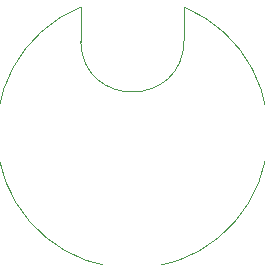
<source format=gm1>
G04 #@! TF.GenerationSoftware,KiCad,Pcbnew,(5.99.0-11526-gd613292b67)*
G04 #@! TF.CreationDate,2021-07-26T20:03:08-04:00*
G04 #@! TF.ProjectId,psu,7073752e-6b69-4636-9164-5f7063625858,rev?*
G04 #@! TF.SameCoordinates,Original*
G04 #@! TF.FileFunction,Profile,NP*
%FSLAX46Y46*%
G04 Gerber Fmt 4.6, Leading zero omitted, Abs format (unit mm)*
G04 Created by KiCad (PCBNEW (5.99.0-11526-gd613292b67)) date 2021-07-26 20:03:08*
%MOMM*%
%LPD*%
G01*
G04 APERTURE LIST*
G04 #@! TA.AperFunction,Profile*
%ADD10C,0.050000*%
G04 #@! TD*
G04 APERTURE END LIST*
D10*
X204376754Y-92766507D02*
X204414033Y-89951384D01*
X204376754Y-92766507D02*
G75*
G02*
X195625000Y-92875000I-4376754J16507D01*
G01*
X195625000Y-92875000D02*
X195650000Y-89925000D01*
X204414033Y-89951384D02*
G75*
G02*
X195650000Y-89925000I-4414032J-10621236D01*
G01*
M02*

</source>
